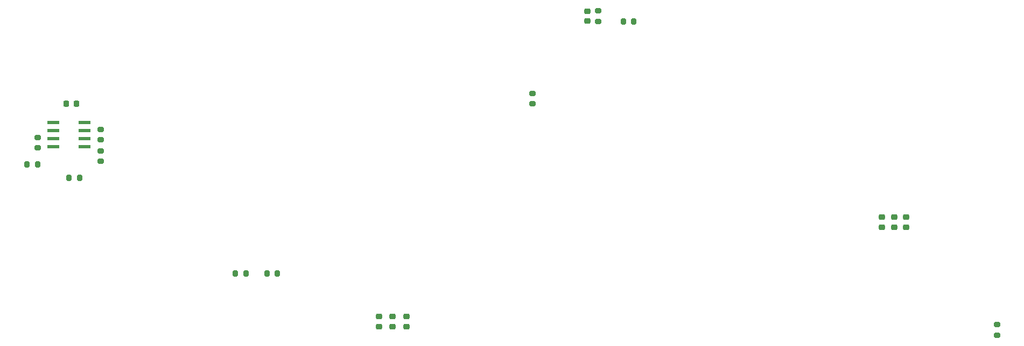
<source format=gbr>
%TF.GenerationSoftware,KiCad,Pcbnew,8.0.6*%
%TF.CreationDate,2025-03-03T14:32:59-05:00*%
%TF.ProjectId,SiPM_Bias_Board,5369504d-5f42-4696-9173-5f426f617264,rev?*%
%TF.SameCoordinates,Original*%
%TF.FileFunction,Paste,Bot*%
%TF.FilePolarity,Positive*%
%FSLAX46Y46*%
G04 Gerber Fmt 4.6, Leading zero omitted, Abs format (unit mm)*
G04 Created by KiCad (PCBNEW 8.0.6) date 2025-03-03 14:32:59*
%MOMM*%
%LPD*%
G01*
G04 APERTURE LIST*
G04 Aperture macros list*
%AMRoundRect*
0 Rectangle with rounded corners*
0 $1 Rounding radius*
0 $2 $3 $4 $5 $6 $7 $8 $9 X,Y pos of 4 corners*
0 Add a 4 corners polygon primitive as box body*
4,1,4,$2,$3,$4,$5,$6,$7,$8,$9,$2,$3,0*
0 Add four circle primitives for the rounded corners*
1,1,$1+$1,$2,$3*
1,1,$1+$1,$4,$5*
1,1,$1+$1,$6,$7*
1,1,$1+$1,$8,$9*
0 Add four rect primitives between the rounded corners*
20,1,$1+$1,$2,$3,$4,$5,0*
20,1,$1+$1,$4,$5,$6,$7,0*
20,1,$1+$1,$6,$7,$8,$9,0*
20,1,$1+$1,$8,$9,$2,$3,0*%
G04 Aperture macros list end*
%ADD10RoundRect,0.200000X-0.275000X0.200000X-0.275000X-0.200000X0.275000X-0.200000X0.275000X0.200000X0*%
%ADD11RoundRect,0.225000X0.250000X-0.225000X0.250000X0.225000X-0.250000X0.225000X-0.250000X-0.225000X0*%
%ADD12R,1.981200X0.558800*%
%ADD13RoundRect,0.225000X-0.250000X0.225000X-0.250000X-0.225000X0.250000X-0.225000X0.250000X0.225000X0*%
%ADD14RoundRect,0.200000X0.200000X0.275000X-0.200000X0.275000X-0.200000X-0.275000X0.200000X-0.275000X0*%
%ADD15RoundRect,0.200000X0.275000X-0.200000X0.275000X0.200000X-0.275000X0.200000X-0.275000X-0.200000X0*%
%ADD16RoundRect,0.200000X-0.200000X-0.275000X0.200000X-0.275000X0.200000X0.275000X-0.200000X0.275000X0*%
%ADD17RoundRect,0.225000X0.225000X0.250000X-0.225000X0.250000X-0.225000X-0.250000X0.225000X-0.250000X0*%
G04 APERTURE END LIST*
D10*
%TO.C,R19*%
X91660000Y-88175000D03*
X91660000Y-89825000D03*
%TD*%
D11*
%TO.C,C9*%
X218345000Y-100205000D03*
X218345000Y-98655000D03*
%TD*%
D12*
%TO.C,U6*%
X84166200Y-87515000D03*
X84166200Y-86245000D03*
X84166200Y-84975000D03*
X84166200Y-83705000D03*
X89093800Y-83705000D03*
X89093800Y-84975000D03*
X89093800Y-86245000D03*
X89093800Y-87515000D03*
%TD*%
D11*
%TO.C,C7*%
X214535000Y-100205000D03*
X214535000Y-98655000D03*
%TD*%
D13*
%TO.C,C6*%
X135460000Y-114300000D03*
X135460000Y-115850000D03*
%TD*%
D10*
%TO.C,R9*%
X81720000Y-86065000D03*
X81720000Y-87715000D03*
%TD*%
D11*
%TO.C,C8*%
X216440000Y-100205000D03*
X216440000Y-98655000D03*
%TD*%
D14*
%TO.C,R8*%
X81705000Y-90330000D03*
X80055000Y-90330000D03*
%TD*%
D15*
%TO.C,R27*%
X232600000Y-117235000D03*
X232600000Y-115585000D03*
%TD*%
D13*
%TO.C,C4*%
X139700000Y-114300000D03*
X139700000Y-115850000D03*
%TD*%
%TO.C,C5*%
X137570000Y-114300000D03*
X137570000Y-115850000D03*
%TD*%
D10*
%TO.C,R21*%
X159590000Y-79125000D03*
X159590000Y-80775000D03*
%TD*%
D16*
%TO.C,R23*%
X173840000Y-67760000D03*
X175490000Y-67760000D03*
%TD*%
%TO.C,R13*%
X112835000Y-107480000D03*
X114485000Y-107480000D03*
%TD*%
D14*
%TO.C,R12*%
X88325000Y-92410000D03*
X86675000Y-92410000D03*
%TD*%
D10*
%TO.C,R18*%
X91660000Y-84785000D03*
X91660000Y-86435000D03*
%TD*%
D13*
%TO.C,C17*%
X168205000Y-66145000D03*
X168205000Y-67695000D03*
%TD*%
D17*
%TO.C,C19*%
X87805000Y-80770000D03*
X86255000Y-80770000D03*
%TD*%
D10*
%TO.C,R22*%
X169885000Y-66105000D03*
X169885000Y-67755000D03*
%TD*%
D14*
%TO.C,R28*%
X119434999Y-107480001D03*
X117785001Y-107479999D03*
%TD*%
M02*

</source>
